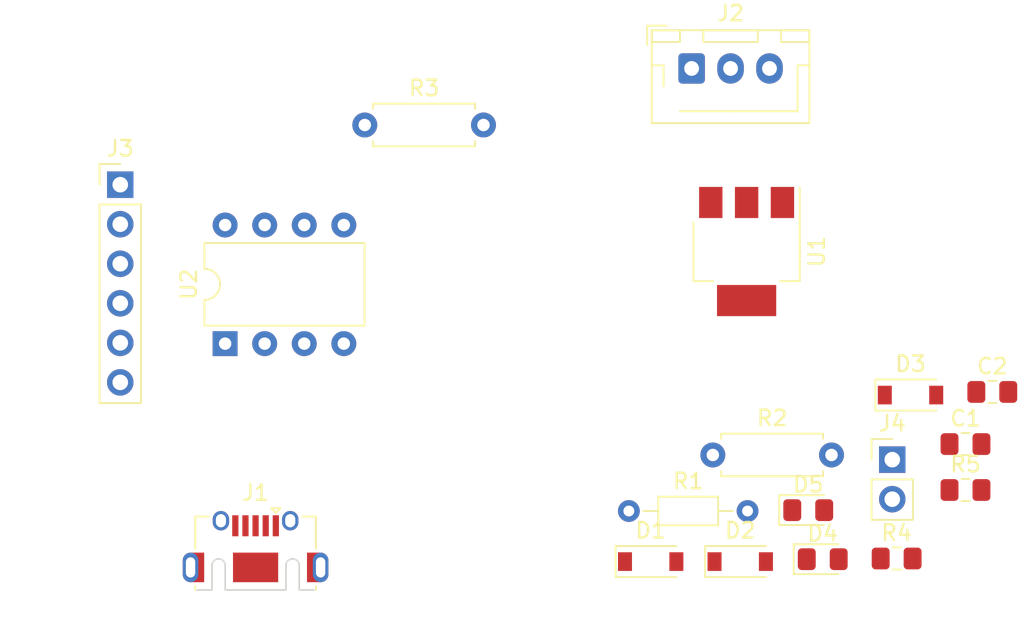
<source format=kicad_pcb>
(kicad_pcb (version 20171130) (host pcbnew "(5.1.5)-3")

  (general
    (thickness 1.6)
    (drawings 0)
    (tracks 0)
    (zones 0)
    (modules 18)
    (nets 15)
  )

  (page A4)
  (layers
    (0 F.Cu signal)
    (31 B.Cu signal)
    (32 B.Adhes user)
    (33 F.Adhes user)
    (34 B.Paste user)
    (35 F.Paste user)
    (36 B.SilkS user)
    (37 F.SilkS user)
    (38 B.Mask user)
    (39 F.Mask user)
    (40 Dwgs.User user)
    (41 Cmts.User user)
    (42 Eco1.User user)
    (43 Eco2.User user)
    (44 Edge.Cuts user)
    (45 Margin user)
    (46 B.CrtYd user)
    (47 F.CrtYd user)
    (48 B.Fab user)
    (49 F.Fab user)
  )

  (setup
    (last_trace_width 0.4)
    (user_trace_width 0.4)
    (user_trace_width 0.55)
    (trace_clearance 0.2)
    (zone_clearance 0.508)
    (zone_45_only no)
    (trace_min 0.2)
    (via_size 0.8)
    (via_drill 0.4)
    (via_min_size 0.4)
    (via_min_drill 0.3)
    (uvia_size 0.3)
    (uvia_drill 0.1)
    (uvias_allowed no)
    (uvia_min_size 0.2)
    (uvia_min_drill 0.1)
    (edge_width 0.05)
    (segment_width 0.2)
    (pcb_text_width 0.3)
    (pcb_text_size 1.5 1.5)
    (mod_edge_width 0.12)
    (mod_text_size 1 1)
    (mod_text_width 0.15)
    (pad_size 1.524 1.524)
    (pad_drill 0.762)
    (pad_to_mask_clearance 0.051)
    (solder_mask_min_width 0.25)
    (aux_axis_origin 0 0)
    (visible_elements FFFFFF7F)
    (pcbplotparams
      (layerselection 0x010fc_ffffffff)
      (usegerberextensions false)
      (usegerberattributes false)
      (usegerberadvancedattributes false)
      (creategerberjobfile false)
      (excludeedgelayer true)
      (linewidth 0.100000)
      (plotframeref false)
      (viasonmask false)
      (mode 1)
      (useauxorigin false)
      (hpglpennumber 1)
      (hpglpenspeed 20)
      (hpglpendiameter 15.000000)
      (psnegative false)
      (psa4output false)
      (plotreference true)
      (plotvalue true)
      (plotinvisibletext false)
      (padsonsilk false)
      (subtractmaskfromsilk false)
      (outputformat 1)
      (mirror false)
      (drillshape 1)
      (scaleselection 1)
      (outputdirectory ""))
  )

  (net 0 "")
  (net 1 GND)
  (net 2 +5V)
  (net 3 "Net-(D1-Pad2)")
  (net 4 "Net-(D2-Pad2)")
  (net 5 "Net-(D3-Pad1)")
  (net 6 "Net-(D4-Pad1)")
  (net 7 /PB1)
  (net 8 "Net-(D5-Pad1)")
  (net 9 +BATT)
  (net 10 /Pb0)
  (net 11 /PB2)
  (net 12 /Pb3)
  (net 13 /PB4)
  (net 14 /PB5)

  (net_class Default "This is the default net class."
    (clearance 0.2)
    (trace_width 0.25)
    (via_dia 0.8)
    (via_drill 0.4)
    (uvia_dia 0.3)
    (uvia_drill 0.1)
    (add_net +5V)
    (add_net +BATT)
    (add_net /PB1)
    (add_net /PB2)
    (add_net /PB4)
    (add_net /PB5)
    (add_net /Pb0)
    (add_net /Pb3)
    (add_net GND)
    (add_net "Net-(D1-Pad2)")
    (add_net "Net-(D2-Pad2)")
    (add_net "Net-(D3-Pad1)")
    (add_net "Net-(D4-Pad1)")
    (add_net "Net-(D5-Pad1)")
  )

  (module Capacitor_SMD:C_0805_2012Metric_Pad1.15x1.40mm_HandSolder (layer F.Cu) (tedit 5B36C52B) (tstamp 5E617325)
    (at 139.831801 124.919201)
    (descr "Capacitor SMD 0805 (2012 Metric), square (rectangular) end terminal, IPC_7351 nominal with elongated pad for handsoldering. (Body size source: https://docs.google.com/spreadsheets/d/1BsfQQcO9C6DZCsRaXUlFlo91Tg2WpOkGARC1WS5S8t0/edit?usp=sharing), generated with kicad-footprint-generator")
    (tags "capacitor handsolder")
    (path /5E5FA5B4)
    (attr smd)
    (fp_text reference C1 (at 0 -1.65) (layer F.SilkS)
      (effects (font (size 1 1) (thickness 0.15)))
    )
    (fp_text value 4.7uf (at 0 1.65) (layer F.Fab)
      (effects (font (size 1 1) (thickness 0.15)))
    )
    (fp_text user %R (at 0 0) (layer F.Fab)
      (effects (font (size 0.5 0.5) (thickness 0.08)))
    )
    (fp_line (start 1.85 0.95) (end -1.85 0.95) (layer F.CrtYd) (width 0.05))
    (fp_line (start 1.85 -0.95) (end 1.85 0.95) (layer F.CrtYd) (width 0.05))
    (fp_line (start -1.85 -0.95) (end 1.85 -0.95) (layer F.CrtYd) (width 0.05))
    (fp_line (start -1.85 0.95) (end -1.85 -0.95) (layer F.CrtYd) (width 0.05))
    (fp_line (start -0.261252 0.71) (end 0.261252 0.71) (layer F.SilkS) (width 0.12))
    (fp_line (start -0.261252 -0.71) (end 0.261252 -0.71) (layer F.SilkS) (width 0.12))
    (fp_line (start 1 0.6) (end -1 0.6) (layer F.Fab) (width 0.1))
    (fp_line (start 1 -0.6) (end 1 0.6) (layer F.Fab) (width 0.1))
    (fp_line (start -1 -0.6) (end 1 -0.6) (layer F.Fab) (width 0.1))
    (fp_line (start -1 0.6) (end -1 -0.6) (layer F.Fab) (width 0.1))
    (pad 2 smd roundrect (at 1.025 0) (size 1.15 1.4) (layers F.Cu F.Paste F.Mask) (roundrect_rratio 0.217391)
      (net 1 GND))
    (pad 1 smd roundrect (at -1.025 0) (size 1.15 1.4) (layers F.Cu F.Paste F.Mask) (roundrect_rratio 0.217391)
      (net 2 +5V))
    (model ${KISYS3DMOD}/Capacitor_SMD.3dshapes/C_0805_2012Metric.wrl
      (at (xyz 0 0 0))
      (scale (xyz 1 1 1))
      (rotate (xyz 0 0 0))
    )
  )

  (module Capacitor_SMD:C_0805_2012Metric_Pad1.15x1.40mm_HandSolder (layer F.Cu) (tedit 5B36C52B) (tstamp 5E617336)
    (at 141.551801 121.569201)
    (descr "Capacitor SMD 0805 (2012 Metric), square (rectangular) end terminal, IPC_7351 nominal with elongated pad for handsoldering. (Body size source: https://docs.google.com/spreadsheets/d/1BsfQQcO9C6DZCsRaXUlFlo91Tg2WpOkGARC1WS5S8t0/edit?usp=sharing), generated with kicad-footprint-generator")
    (tags "capacitor handsolder")
    (path /5E5FA6C8)
    (attr smd)
    (fp_text reference C2 (at 0 -1.65) (layer F.SilkS)
      (effects (font (size 1 1) (thickness 0.15)))
    )
    (fp_text value 0.1uf (at 0 1.65) (layer F.Fab)
      (effects (font (size 1 1) (thickness 0.15)))
    )
    (fp_line (start -1 0.6) (end -1 -0.6) (layer F.Fab) (width 0.1))
    (fp_line (start -1 -0.6) (end 1 -0.6) (layer F.Fab) (width 0.1))
    (fp_line (start 1 -0.6) (end 1 0.6) (layer F.Fab) (width 0.1))
    (fp_line (start 1 0.6) (end -1 0.6) (layer F.Fab) (width 0.1))
    (fp_line (start -0.261252 -0.71) (end 0.261252 -0.71) (layer F.SilkS) (width 0.12))
    (fp_line (start -0.261252 0.71) (end 0.261252 0.71) (layer F.SilkS) (width 0.12))
    (fp_line (start -1.85 0.95) (end -1.85 -0.95) (layer F.CrtYd) (width 0.05))
    (fp_line (start -1.85 -0.95) (end 1.85 -0.95) (layer F.CrtYd) (width 0.05))
    (fp_line (start 1.85 -0.95) (end 1.85 0.95) (layer F.CrtYd) (width 0.05))
    (fp_line (start 1.85 0.95) (end -1.85 0.95) (layer F.CrtYd) (width 0.05))
    (fp_text user %R (at 0 0) (layer F.Fab)
      (effects (font (size 0.5 0.5) (thickness 0.08)))
    )
    (pad 1 smd roundrect (at -1.025 0) (size 1.15 1.4) (layers F.Cu F.Paste F.Mask) (roundrect_rratio 0.217391)
      (net 2 +5V))
    (pad 2 smd roundrect (at 1.025 0) (size 1.15 1.4) (layers F.Cu F.Paste F.Mask) (roundrect_rratio 0.217391)
      (net 1 GND))
    (model ${KISYS3DMOD}/Capacitor_SMD.3dshapes/C_0805_2012Metric.wrl
      (at (xyz 0 0 0))
      (scale (xyz 1 1 1))
      (rotate (xyz 0 0 0))
    )
  )

  (module Diode_SMD:D_SOD-123 (layer F.Cu) (tedit 58645DC7) (tstamp 5E61734F)
    (at 119.621801 132.469201)
    (descr SOD-123)
    (tags SOD-123)
    (path /5E611D84)
    (attr smd)
    (fp_text reference D1 (at 0 -2) (layer F.SilkS)
      (effects (font (size 1 1) (thickness 0.15)))
    )
    (fp_text value D_Zener3.6v (at 0 2.1) (layer F.Fab)
      (effects (font (size 1 1) (thickness 0.15)))
    )
    (fp_line (start -2.25 -1) (end 1.65 -1) (layer F.SilkS) (width 0.12))
    (fp_line (start -2.25 1) (end 1.65 1) (layer F.SilkS) (width 0.12))
    (fp_line (start -2.35 -1.15) (end -2.35 1.15) (layer F.CrtYd) (width 0.05))
    (fp_line (start 2.35 1.15) (end -2.35 1.15) (layer F.CrtYd) (width 0.05))
    (fp_line (start 2.35 -1.15) (end 2.35 1.15) (layer F.CrtYd) (width 0.05))
    (fp_line (start -2.35 -1.15) (end 2.35 -1.15) (layer F.CrtYd) (width 0.05))
    (fp_line (start -1.4 -0.9) (end 1.4 -0.9) (layer F.Fab) (width 0.1))
    (fp_line (start 1.4 -0.9) (end 1.4 0.9) (layer F.Fab) (width 0.1))
    (fp_line (start 1.4 0.9) (end -1.4 0.9) (layer F.Fab) (width 0.1))
    (fp_line (start -1.4 0.9) (end -1.4 -0.9) (layer F.Fab) (width 0.1))
    (fp_line (start -0.75 0) (end -0.35 0) (layer F.Fab) (width 0.1))
    (fp_line (start -0.35 0) (end -0.35 -0.55) (layer F.Fab) (width 0.1))
    (fp_line (start -0.35 0) (end -0.35 0.55) (layer F.Fab) (width 0.1))
    (fp_line (start -0.35 0) (end 0.25 -0.4) (layer F.Fab) (width 0.1))
    (fp_line (start 0.25 -0.4) (end 0.25 0.4) (layer F.Fab) (width 0.1))
    (fp_line (start 0.25 0.4) (end -0.35 0) (layer F.Fab) (width 0.1))
    (fp_line (start 0.25 0) (end 0.75 0) (layer F.Fab) (width 0.1))
    (fp_line (start -2.25 -1) (end -2.25 1) (layer F.SilkS) (width 0.12))
    (fp_text user %R (at 0 -2) (layer F.Fab)
      (effects (font (size 1 1) (thickness 0.15)))
    )
    (pad 2 smd rect (at 1.65 0) (size 0.9 1.2) (layers F.Cu F.Paste F.Mask)
      (net 3 "Net-(D1-Pad2)"))
    (pad 1 smd rect (at -1.65 0) (size 0.9 1.2) (layers F.Cu F.Paste F.Mask)
      (net 1 GND))
    (model ${KISYS3DMOD}/Diode_SMD.3dshapes/D_SOD-123.wrl
      (at (xyz 0 0 0))
      (scale (xyz 1 1 1))
      (rotate (xyz 0 0 0))
    )
  )

  (module Diode_SMD:D_SOD-123 (layer F.Cu) (tedit 58645DC7) (tstamp 5E617368)
    (at 125.371801 132.469201)
    (descr SOD-123)
    (tags SOD-123)
    (path /5E6120C5)
    (attr smd)
    (fp_text reference D2 (at 0 -2) (layer F.SilkS)
      (effects (font (size 1 1) (thickness 0.15)))
    )
    (fp_text value D_Zener3.6v (at 0 2.1) (layer F.Fab)
      (effects (font (size 1 1) (thickness 0.15)))
    )
    (fp_text user %R (at 0 -2) (layer F.Fab)
      (effects (font (size 1 1) (thickness 0.15)))
    )
    (fp_line (start -2.25 -1) (end -2.25 1) (layer F.SilkS) (width 0.12))
    (fp_line (start 0.25 0) (end 0.75 0) (layer F.Fab) (width 0.1))
    (fp_line (start 0.25 0.4) (end -0.35 0) (layer F.Fab) (width 0.1))
    (fp_line (start 0.25 -0.4) (end 0.25 0.4) (layer F.Fab) (width 0.1))
    (fp_line (start -0.35 0) (end 0.25 -0.4) (layer F.Fab) (width 0.1))
    (fp_line (start -0.35 0) (end -0.35 0.55) (layer F.Fab) (width 0.1))
    (fp_line (start -0.35 0) (end -0.35 -0.55) (layer F.Fab) (width 0.1))
    (fp_line (start -0.75 0) (end -0.35 0) (layer F.Fab) (width 0.1))
    (fp_line (start -1.4 0.9) (end -1.4 -0.9) (layer F.Fab) (width 0.1))
    (fp_line (start 1.4 0.9) (end -1.4 0.9) (layer F.Fab) (width 0.1))
    (fp_line (start 1.4 -0.9) (end 1.4 0.9) (layer F.Fab) (width 0.1))
    (fp_line (start -1.4 -0.9) (end 1.4 -0.9) (layer F.Fab) (width 0.1))
    (fp_line (start -2.35 -1.15) (end 2.35 -1.15) (layer F.CrtYd) (width 0.05))
    (fp_line (start 2.35 -1.15) (end 2.35 1.15) (layer F.CrtYd) (width 0.05))
    (fp_line (start 2.35 1.15) (end -2.35 1.15) (layer F.CrtYd) (width 0.05))
    (fp_line (start -2.35 -1.15) (end -2.35 1.15) (layer F.CrtYd) (width 0.05))
    (fp_line (start -2.25 1) (end 1.65 1) (layer F.SilkS) (width 0.12))
    (fp_line (start -2.25 -1) (end 1.65 -1) (layer F.SilkS) (width 0.12))
    (pad 1 smd rect (at -1.65 0) (size 0.9 1.2) (layers F.Cu F.Paste F.Mask)
      (net 1 GND))
    (pad 2 smd rect (at 1.65 0) (size 0.9 1.2) (layers F.Cu F.Paste F.Mask)
      (net 4 "Net-(D2-Pad2)"))
    (model ${KISYS3DMOD}/Diode_SMD.3dshapes/D_SOD-123.wrl
      (at (xyz 0 0 0))
      (scale (xyz 1 1 1))
      (rotate (xyz 0 0 0))
    )
  )

  (module Diode_SMD:D_SOD-123 (layer F.Cu) (tedit 58645DC7) (tstamp 5E617381)
    (at 136.301801 121.769201)
    (descr SOD-123)
    (tags SOD-123)
    (path /5E6067EC)
    (attr smd)
    (fp_text reference D3 (at 0 -2) (layer F.SilkS)
      (effects (font (size 1 1) (thickness 0.15)))
    )
    (fp_text value MBR0520LT (at 0 2.1) (layer F.Fab)
      (effects (font (size 1 1) (thickness 0.15)))
    )
    (fp_text user %R (at 0 -2) (layer F.Fab)
      (effects (font (size 1 1) (thickness 0.15)))
    )
    (fp_line (start -2.25 -1) (end -2.25 1) (layer F.SilkS) (width 0.12))
    (fp_line (start 0.25 0) (end 0.75 0) (layer F.Fab) (width 0.1))
    (fp_line (start 0.25 0.4) (end -0.35 0) (layer F.Fab) (width 0.1))
    (fp_line (start 0.25 -0.4) (end 0.25 0.4) (layer F.Fab) (width 0.1))
    (fp_line (start -0.35 0) (end 0.25 -0.4) (layer F.Fab) (width 0.1))
    (fp_line (start -0.35 0) (end -0.35 0.55) (layer F.Fab) (width 0.1))
    (fp_line (start -0.35 0) (end -0.35 -0.55) (layer F.Fab) (width 0.1))
    (fp_line (start -0.75 0) (end -0.35 0) (layer F.Fab) (width 0.1))
    (fp_line (start -1.4 0.9) (end -1.4 -0.9) (layer F.Fab) (width 0.1))
    (fp_line (start 1.4 0.9) (end -1.4 0.9) (layer F.Fab) (width 0.1))
    (fp_line (start 1.4 -0.9) (end 1.4 0.9) (layer F.Fab) (width 0.1))
    (fp_line (start -1.4 -0.9) (end 1.4 -0.9) (layer F.Fab) (width 0.1))
    (fp_line (start -2.35 -1.15) (end 2.35 -1.15) (layer F.CrtYd) (width 0.05))
    (fp_line (start 2.35 -1.15) (end 2.35 1.15) (layer F.CrtYd) (width 0.05))
    (fp_line (start 2.35 1.15) (end -2.35 1.15) (layer F.CrtYd) (width 0.05))
    (fp_line (start -2.35 -1.15) (end -2.35 1.15) (layer F.CrtYd) (width 0.05))
    (fp_line (start -2.25 1) (end 1.65 1) (layer F.SilkS) (width 0.12))
    (fp_line (start -2.25 -1) (end 1.65 -1) (layer F.SilkS) (width 0.12))
    (pad 1 smd rect (at -1.65 0) (size 0.9 1.2) (layers F.Cu F.Paste F.Mask)
      (net 5 "Net-(D3-Pad1)"))
    (pad 2 smd rect (at 1.65 0) (size 0.9 1.2) (layers F.Cu F.Paste F.Mask)
      (net 2 +5V))
    (model ${KISYS3DMOD}/Diode_SMD.3dshapes/D_SOD-123.wrl
      (at (xyz 0 0 0))
      (scale (xyz 1 1 1))
      (rotate (xyz 0 0 0))
    )
  )

  (module LED_SMD:LED_0805_2012Metric_Pad1.15x1.40mm_HandSolder (layer F.Cu) (tedit 5B4B45C9) (tstamp 5E617394)
    (at 130.666801 132.314201)
    (descr "LED SMD 0805 (2012 Metric), square (rectangular) end terminal, IPC_7351 nominal, (Body size source: https://docs.google.com/spreadsheets/d/1BsfQQcO9C6DZCsRaXUlFlo91Tg2WpOkGARC1WS5S8t0/edit?usp=sharing), generated with kicad-footprint-generator")
    (tags "LED handsolder")
    (path /5E5EC557)
    (attr smd)
    (fp_text reference D4 (at 0 -1.65) (layer F.SilkS)
      (effects (font (size 1 1) (thickness 0.15)))
    )
    (fp_text value LED (at 0 1.65) (layer F.Fab)
      (effects (font (size 1 1) (thickness 0.15)))
    )
    (fp_line (start 1 -0.6) (end -0.7 -0.6) (layer F.Fab) (width 0.1))
    (fp_line (start -0.7 -0.6) (end -1 -0.3) (layer F.Fab) (width 0.1))
    (fp_line (start -1 -0.3) (end -1 0.6) (layer F.Fab) (width 0.1))
    (fp_line (start -1 0.6) (end 1 0.6) (layer F.Fab) (width 0.1))
    (fp_line (start 1 0.6) (end 1 -0.6) (layer F.Fab) (width 0.1))
    (fp_line (start 1 -0.96) (end -1.86 -0.96) (layer F.SilkS) (width 0.12))
    (fp_line (start -1.86 -0.96) (end -1.86 0.96) (layer F.SilkS) (width 0.12))
    (fp_line (start -1.86 0.96) (end 1 0.96) (layer F.SilkS) (width 0.12))
    (fp_line (start -1.85 0.95) (end -1.85 -0.95) (layer F.CrtYd) (width 0.05))
    (fp_line (start -1.85 -0.95) (end 1.85 -0.95) (layer F.CrtYd) (width 0.05))
    (fp_line (start 1.85 -0.95) (end 1.85 0.95) (layer F.CrtYd) (width 0.05))
    (fp_line (start 1.85 0.95) (end -1.85 0.95) (layer F.CrtYd) (width 0.05))
    (fp_text user %R (at 0 0) (layer F.Fab)
      (effects (font (size 0.5 0.5) (thickness 0.08)))
    )
    (pad 1 smd roundrect (at -1.025 0) (size 1.15 1.4) (layers F.Cu F.Paste F.Mask) (roundrect_rratio 0.217391)
      (net 6 "Net-(D4-Pad1)"))
    (pad 2 smd roundrect (at 1.025 0) (size 1.15 1.4) (layers F.Cu F.Paste F.Mask) (roundrect_rratio 0.217391)
      (net 7 /PB1))
    (model ${KISYS3DMOD}/LED_SMD.3dshapes/LED_0805_2012Metric.wrl
      (at (xyz 0 0 0))
      (scale (xyz 1 1 1))
      (rotate (xyz 0 0 0))
    )
  )

  (module LED_SMD:LED_0805_2012Metric_Pad1.15x1.40mm_HandSolder (layer F.Cu) (tedit 5B4B45C9) (tstamp 5E6173A7)
    (at 129.736801 129.164201)
    (descr "LED SMD 0805 (2012 Metric), square (rectangular) end terminal, IPC_7351 nominal, (Body size source: https://docs.google.com/spreadsheets/d/1BsfQQcO9C6DZCsRaXUlFlo91Tg2WpOkGARC1WS5S8t0/edit?usp=sharing), generated with kicad-footprint-generator")
    (tags "LED handsolder")
    (path /5E5EC5E2)
    (attr smd)
    (fp_text reference D5 (at 0 -1.65) (layer F.SilkS)
      (effects (font (size 1 1) (thickness 0.15)))
    )
    (fp_text value PWR (at 0 1.65) (layer F.Fab)
      (effects (font (size 1 1) (thickness 0.15)))
    )
    (fp_text user %R (at 0 0) (layer F.Fab)
      (effects (font (size 0.5 0.5) (thickness 0.08)))
    )
    (fp_line (start 1.85 0.95) (end -1.85 0.95) (layer F.CrtYd) (width 0.05))
    (fp_line (start 1.85 -0.95) (end 1.85 0.95) (layer F.CrtYd) (width 0.05))
    (fp_line (start -1.85 -0.95) (end 1.85 -0.95) (layer F.CrtYd) (width 0.05))
    (fp_line (start -1.85 0.95) (end -1.85 -0.95) (layer F.CrtYd) (width 0.05))
    (fp_line (start -1.86 0.96) (end 1 0.96) (layer F.SilkS) (width 0.12))
    (fp_line (start -1.86 -0.96) (end -1.86 0.96) (layer F.SilkS) (width 0.12))
    (fp_line (start 1 -0.96) (end -1.86 -0.96) (layer F.SilkS) (width 0.12))
    (fp_line (start 1 0.6) (end 1 -0.6) (layer F.Fab) (width 0.1))
    (fp_line (start -1 0.6) (end 1 0.6) (layer F.Fab) (width 0.1))
    (fp_line (start -1 -0.3) (end -1 0.6) (layer F.Fab) (width 0.1))
    (fp_line (start -0.7 -0.6) (end -1 -0.3) (layer F.Fab) (width 0.1))
    (fp_line (start 1 -0.6) (end -0.7 -0.6) (layer F.Fab) (width 0.1))
    (pad 2 smd roundrect (at 1.025 0) (size 1.15 1.4) (layers F.Cu F.Paste F.Mask) (roundrect_rratio 0.217391)
      (net 2 +5V))
    (pad 1 smd roundrect (at -1.025 0) (size 1.15 1.4) (layers F.Cu F.Paste F.Mask) (roundrect_rratio 0.217391)
      (net 8 "Net-(D5-Pad1)"))
    (model ${KISYS3DMOD}/LED_SMD.3dshapes/LED_0805_2012Metric.wrl
      (at (xyz 0 0 0))
      (scale (xyz 1 1 1))
      (rotate (xyz 0 0 0))
    )
  )

  (module Connector_USB:USB_Micro-AB_Molex_47590-0001 (layer F.Cu) (tedit 5DAEB89E) (tstamp 5E6173D6)
    (at 94.2594 132.842)
    (descr "Micro USB AB receptable, right-angle inverted (https://www.molex.com/pdm_docs/sd/475900001_sd.pdf)")
    (tags "Micro AB USB SMD")
    (path /5E600CBD)
    (attr smd)
    (fp_text reference J1 (at 0 -4.8 -180) (layer F.SilkS)
      (effects (font (size 1 1) (thickness 0.15)))
    )
    (fp_text value USB_B (at 0 3.5) (layer F.Fab)
      (effects (font (size 1 1) (thickness 0.15)))
    )
    (fp_line (start 1 -3.8) (end 1.6 -3.8) (layer F.SilkS) (width 0.12))
    (fp_line (start 1.3 -3.5) (end 1.6 -3.8) (layer F.SilkS) (width 0.12))
    (fp_line (start 1.3 -3.5) (end 1 -3.8) (layer F.SilkS) (width 0.12))
    (fp_line (start -3.87 -3.27) (end -3 -3.27) (layer F.SilkS) (width 0.12))
    (fp_arc (start 2.375 -0.125) (end 1.95 -0.125) (angle 180) (layer Edge.Cuts) (width 0.1))
    (fp_arc (start -2.375 -0.125) (end -2.8 -0.125) (angle 180) (layer Edge.Cuts) (width 0.1))
    (fp_line (start -5.18 2.65) (end 5.18 2.65) (layer F.CrtYd) (width 0.05))
    (fp_line (start -5.18 -4.13) (end -5.18 2.65) (layer F.CrtYd) (width 0.05))
    (fp_line (start 5.18 -4.13) (end 5.18 2.65) (layer F.CrtYd) (width 0.05))
    (fp_line (start -5.18 -4.13) (end 5.18 -4.13) (layer F.CrtYd) (width 0.05))
    (fp_line (start -3.75 -3.15) (end 3.75 -3.15) (layer F.Fab) (width 0.1))
    (fp_line (start 3.75 -3.15) (end 3.75 1.45) (layer F.Fab) (width 0.1))
    (fp_line (start 2.8 1.45) (end 3.75 1.45) (layer Edge.Cuts) (width 0.1))
    (fp_line (start 2.8 -0.125) (end 2.8 1.45) (layer Edge.Cuts) (width 0.1))
    (fp_line (start 1.95 -0.125) (end 1.95 1.45) (layer Edge.Cuts) (width 0.1))
    (fp_line (start -1.95 1.45) (end 1.95 1.45) (layer Edge.Cuts) (width 0.1))
    (fp_line (start -1.95 -0.125) (end -1.95 1.45) (layer Edge.Cuts) (width 0.1))
    (fp_line (start -2.8 -0.125) (end -2.8 1.45) (layer Edge.Cuts) (width 0.1))
    (fp_line (start -3.75 1.45) (end -2.8 1.45) (layer Edge.Cuts) (width 0.1))
    (fp_line (start -3.75 -3.15) (end -3.75 1.45) (layer F.Fab) (width 0.1))
    (fp_line (start -3.75 2.15) (end 3.75 2.15) (layer F.Fab) (width 0.1))
    (fp_line (start 3.87 -3.27) (end 3.87 -1.2) (layer F.SilkS) (width 0.12))
    (fp_line (start -3.87 -3.27) (end -3.87 -1.2) (layer F.SilkS) (width 0.12))
    (fp_line (start 3 -3.27) (end 3.87 -3.27) (layer F.SilkS) (width 0.12))
    (fp_line (start 3.87 1.2) (end 3.87 1.45) (layer F.SilkS) (width 0.12))
    (fp_line (start -3.87 1.2) (end -3.87 1.45) (layer F.SilkS) (width 0.12))
    (fp_text user %R (at 0 -1.5) (layer F.Fab)
      (effects (font (size 1 1) (thickness 0.15)))
    )
    (fp_text user "PCB Edge" (at 0 1.45) (layer Dwgs.User)
      (effects (font (size 0.4 0.4) (thickness 0.04)))
    )
    (fp_line (start -3.75 1.45) (end 3.75 1.45) (layer F.Fab) (width 0.1))
    (pad 6 thru_hole oval (at -2.225 -3) (size 1.05 1.25) (drill oval 0.65 0.85) (layers *.Cu *.Mask))
    (pad 5 smd rect (at -1.3 -2.675) (size 0.4 1.35) (layers F.Cu F.Paste F.Mask)
      (net 1 GND))
    (pad 4 smd rect (at -0.65 -2.675) (size 0.4 1.35) (layers F.Cu F.Paste F.Mask)
      (net 1 GND))
    (pad 3 smd rect (at 0 -2.675) (size 0.4 1.35) (layers F.Cu F.Paste F.Mask)
      (net 4 "Net-(D2-Pad2)"))
    (pad 1 smd rect (at 1.3 -2.675) (size 0.4 1.35) (layers F.Cu F.Paste F.Mask)
      (net 5 "Net-(D3-Pad1)"))
    (pad 6 thru_hole oval (at 2.225 -3) (size 1.05 1.25) (drill oval 0.65 0.85) (layers *.Cu *.Mask))
    (pad 6 thru_hole oval (at -4.175 0) (size 1 1.9) (drill oval 0.6 1.3) (layers *.Cu *.Mask))
    (pad 6 thru_hole oval (at 4.175 0) (size 1 1.9) (drill oval 0.6 1.3) (layers *.Cu *.Mask))
    (pad 2 smd rect (at 0.65 -2.675) (size 0.4 1.35) (layers F.Cu F.Paste F.Mask)
      (net 3 "Net-(D1-Pad2)"))
    (pad 6 smd rect (at 0 0) (size 2.9 1.9) (layers F.Cu F.Paste F.Mask))
    (pad 6 smd rect (at 3.7375 0) (size 0.875 1.9) (layers F.Cu F.Mask))
    (pad 6 smd rect (at -3.7375 0) (size 0.875 1.9) (layers F.Cu F.Mask))
    (pad "" smd rect (at 3.5 0) (size 0.3 0.85) (layers F.Paste))
    (pad "" smd rect (at -3.5 0) (size 0.3 0.85) (layers F.Paste))
    (model ${KISYS3DMOD}/Connector_USB.3dshapes/USB_Micro-AB_Molex_47590-0001.wrl
      (at (xyz 0 0 0))
      (scale (xyz 1 1 1))
      (rotate (xyz 0 0 0))
    )
  )

  (module Connector_JST:JST_XH_B3B-XH-AM_1x03_P2.50mm_Vertical (layer F.Cu) (tedit 5C28146E) (tstamp 5E617401)
    (at 122.2502 100.7872)
    (descr "JST XH series connector, B3B-XH-AM, with boss (http://www.jst-mfg.com/product/pdf/eng/eXH.pdf), generated with kicad-footprint-generator")
    (tags "connector JST XH vertical boss")
    (path /5E5E38A5)
    (fp_text reference J2 (at 2.5 -3.55) (layer F.SilkS)
      (effects (font (size 1 1) (thickness 0.15)))
    )
    (fp_text value Conn_01x02_Male (at 2.5 4.6) (layer F.Fab)
      (effects (font (size 1 1) (thickness 0.15)))
    )
    (fp_line (start -2.45 -2.35) (end -2.45 3.4) (layer F.Fab) (width 0.1))
    (fp_line (start -2.45 3.4) (end 7.45 3.4) (layer F.Fab) (width 0.1))
    (fp_line (start 7.45 3.4) (end 7.45 -2.35) (layer F.Fab) (width 0.1))
    (fp_line (start 7.45 -2.35) (end -2.45 -2.35) (layer F.Fab) (width 0.1))
    (fp_line (start -2.56 -2.46) (end -2.56 3.51) (layer F.SilkS) (width 0.12))
    (fp_line (start -2.56 3.51) (end 7.56 3.51) (layer F.SilkS) (width 0.12))
    (fp_line (start 7.56 3.51) (end 7.56 -2.46) (layer F.SilkS) (width 0.12))
    (fp_line (start 7.56 -2.46) (end -2.56 -2.46) (layer F.SilkS) (width 0.12))
    (fp_line (start -2.95 -2.85) (end -2.95 3.9) (layer F.CrtYd) (width 0.05))
    (fp_line (start -2.95 3.9) (end 7.95 3.9) (layer F.CrtYd) (width 0.05))
    (fp_line (start 7.95 3.9) (end 7.95 -2.85) (layer F.CrtYd) (width 0.05))
    (fp_line (start 7.95 -2.85) (end -2.95 -2.85) (layer F.CrtYd) (width 0.05))
    (fp_line (start -0.625 -2.35) (end 0 -1.35) (layer F.Fab) (width 0.1))
    (fp_line (start 0 -1.35) (end 0.625 -2.35) (layer F.Fab) (width 0.1))
    (fp_line (start 0.75 -2.45) (end 0.75 -1.7) (layer F.SilkS) (width 0.12))
    (fp_line (start 0.75 -1.7) (end 4.25 -1.7) (layer F.SilkS) (width 0.12))
    (fp_line (start 4.25 -1.7) (end 4.25 -2.45) (layer F.SilkS) (width 0.12))
    (fp_line (start 4.25 -2.45) (end 0.75 -2.45) (layer F.SilkS) (width 0.12))
    (fp_line (start -2.55 -2.45) (end -2.55 -1.7) (layer F.SilkS) (width 0.12))
    (fp_line (start -2.55 -1.7) (end -0.75 -1.7) (layer F.SilkS) (width 0.12))
    (fp_line (start -0.75 -1.7) (end -0.75 -2.45) (layer F.SilkS) (width 0.12))
    (fp_line (start -0.75 -2.45) (end -2.55 -2.45) (layer F.SilkS) (width 0.12))
    (fp_line (start 5.75 -2.45) (end 5.75 -1.7) (layer F.SilkS) (width 0.12))
    (fp_line (start 5.75 -1.7) (end 7.55 -1.7) (layer F.SilkS) (width 0.12))
    (fp_line (start 7.55 -1.7) (end 7.55 -2.45) (layer F.SilkS) (width 0.12))
    (fp_line (start 7.55 -2.45) (end 5.75 -2.45) (layer F.SilkS) (width 0.12))
    (fp_line (start -2.55 -0.2) (end -1.8 -0.2) (layer F.SilkS) (width 0.12))
    (fp_line (start -1.8 -0.2) (end -1.8 1.14) (layer F.SilkS) (width 0.12))
    (fp_line (start 2.5 2.75) (end -0.74 2.75) (layer F.SilkS) (width 0.12))
    (fp_line (start 7.55 -0.2) (end 6.8 -0.2) (layer F.SilkS) (width 0.12))
    (fp_line (start 6.8 -0.2) (end 6.8 2.75) (layer F.SilkS) (width 0.12))
    (fp_line (start 6.8 2.75) (end 2.5 2.75) (layer F.SilkS) (width 0.12))
    (fp_line (start -1.6 -2.75) (end -2.85 -2.75) (layer F.SilkS) (width 0.12))
    (fp_line (start -2.85 -2.75) (end -2.85 -1.5) (layer F.SilkS) (width 0.12))
    (fp_text user %R (at 2.5 2.7) (layer F.Fab)
      (effects (font (size 1 1) (thickness 0.15)))
    )
    (pad 1 thru_hole roundrect (at 0 0) (size 1.7 1.95) (drill 0.95) (layers *.Cu *.Mask) (roundrect_rratio 0.147059)
      (net 9 +BATT))
    (pad 2 thru_hole oval (at 2.5 0) (size 1.7 1.95) (drill 0.95) (layers *.Cu *.Mask)
      (net 1 GND))
    (pad 3 thru_hole oval (at 5 0) (size 1.7 1.95) (drill 0.95) (layers *.Cu *.Mask))
    (pad "" np_thru_hole circle (at -1.6 2) (size 1.2 1.2) (drill 1.2) (layers *.Cu *.Mask))
    (model ${KISYS3DMOD}/Connector_JST.3dshapes/JST_XH_B3B-XH-AM_1x03_P2.50mm_Vertical.wrl
      (at (xyz 0 0 0))
      (scale (xyz 1 1 1))
      (rotate (xyz 0 0 0))
    )
  )

  (module Connector_PinHeader_2.54mm:PinHeader_1x06_P2.54mm_Vertical (layer F.Cu) (tedit 59FED5CC) (tstamp 5E61741B)
    (at 85.5726 108.2548)
    (descr "Through hole straight pin header, 1x06, 2.54mm pitch, single row")
    (tags "Through hole pin header THT 1x06 2.54mm single row")
    (path /5E5EB082)
    (fp_text reference J3 (at 0 -2.33) (layer F.SilkS)
      (effects (font (size 1 1) (thickness 0.15)))
    )
    (fp_text value Conn_01x06_Female (at 0 15.03) (layer F.Fab)
      (effects (font (size 1 1) (thickness 0.15)))
    )
    (fp_line (start -0.635 -1.27) (end 1.27 -1.27) (layer F.Fab) (width 0.1))
    (fp_line (start 1.27 -1.27) (end 1.27 13.97) (layer F.Fab) (width 0.1))
    (fp_line (start 1.27 13.97) (end -1.27 13.97) (layer F.Fab) (width 0.1))
    (fp_line (start -1.27 13.97) (end -1.27 -0.635) (layer F.Fab) (width 0.1))
    (fp_line (start -1.27 -0.635) (end -0.635 -1.27) (layer F.Fab) (width 0.1))
    (fp_line (start -1.33 14.03) (end 1.33 14.03) (layer F.SilkS) (width 0.12))
    (fp_line (start -1.33 1.27) (end -1.33 14.03) (layer F.SilkS) (width 0.12))
    (fp_line (start 1.33 1.27) (end 1.33 14.03) (layer F.SilkS) (width 0.12))
    (fp_line (start -1.33 1.27) (end 1.33 1.27) (layer F.SilkS) (width 0.12))
    (fp_line (start -1.33 0) (end -1.33 -1.33) (layer F.SilkS) (width 0.12))
    (fp_line (start -1.33 -1.33) (end 0 -1.33) (layer F.SilkS) (width 0.12))
    (fp_line (start -1.8 -1.8) (end -1.8 14.5) (layer F.CrtYd) (width 0.05))
    (fp_line (start -1.8 14.5) (end 1.8 14.5) (layer F.CrtYd) (width 0.05))
    (fp_line (start 1.8 14.5) (end 1.8 -1.8) (layer F.CrtYd) (width 0.05))
    (fp_line (start 1.8 -1.8) (end -1.8 -1.8) (layer F.CrtYd) (width 0.05))
    (fp_text user %R (at 0 6.35 90) (layer F.Fab)
      (effects (font (size 1 1) (thickness 0.15)))
    )
    (pad 1 thru_hole rect (at 0 0) (size 1.7 1.7) (drill 1) (layers *.Cu *.Mask)
      (net 10 /Pb0))
    (pad 2 thru_hole oval (at 0 2.54) (size 1.7 1.7) (drill 1) (layers *.Cu *.Mask)
      (net 7 /PB1))
    (pad 3 thru_hole oval (at 0 5.08) (size 1.7 1.7) (drill 1) (layers *.Cu *.Mask)
      (net 11 /PB2))
    (pad 4 thru_hole oval (at 0 7.62) (size 1.7 1.7) (drill 1) (layers *.Cu *.Mask)
      (net 12 /Pb3))
    (pad 5 thru_hole oval (at 0 10.16) (size 1.7 1.7) (drill 1) (layers *.Cu *.Mask)
      (net 13 /PB4))
    (pad 6 thru_hole oval (at 0 12.7) (size 1.7 1.7) (drill 1) (layers *.Cu *.Mask)
      (net 14 /PB5))
    (model ${KISYS3DMOD}/Connector_PinHeader_2.54mm.3dshapes/PinHeader_1x06_P2.54mm_Vertical.wrl
      (at (xyz 0 0 0))
      (scale (xyz 1 1 1))
      (rotate (xyz 0 0 0))
    )
  )

  (module Connector_PinHeader_2.54mm:PinHeader_1x02_P2.54mm_Vertical (layer F.Cu) (tedit 59FED5CC) (tstamp 5E617431)
    (at 135.131801 125.919201)
    (descr "Through hole straight pin header, 1x02, 2.54mm pitch, single row")
    (tags "Through hole pin header THT 1x02 2.54mm single row")
    (path /5E6DCCDA)
    (fp_text reference J4 (at 0 -2.33) (layer F.SilkS)
      (effects (font (size 1 1) (thickness 0.15)))
    )
    (fp_text value Conn_01x02_Male (at 0 4.87) (layer F.Fab)
      (effects (font (size 1 1) (thickness 0.15)))
    )
    (fp_line (start -0.635 -1.27) (end 1.27 -1.27) (layer F.Fab) (width 0.1))
    (fp_line (start 1.27 -1.27) (end 1.27 3.81) (layer F.Fab) (width 0.1))
    (fp_line (start 1.27 3.81) (end -1.27 3.81) (layer F.Fab) (width 0.1))
    (fp_line (start -1.27 3.81) (end -1.27 -0.635) (layer F.Fab) (width 0.1))
    (fp_line (start -1.27 -0.635) (end -0.635 -1.27) (layer F.Fab) (width 0.1))
    (fp_line (start -1.33 3.87) (end 1.33 3.87) (layer F.SilkS) (width 0.12))
    (fp_line (start -1.33 1.27) (end -1.33 3.87) (layer F.SilkS) (width 0.12))
    (fp_line (start 1.33 1.27) (end 1.33 3.87) (layer F.SilkS) (width 0.12))
    (fp_line (start -1.33 1.27) (end 1.33 1.27) (layer F.SilkS) (width 0.12))
    (fp_line (start -1.33 0) (end -1.33 -1.33) (layer F.SilkS) (width 0.12))
    (fp_line (start -1.33 -1.33) (end 0 -1.33) (layer F.SilkS) (width 0.12))
    (fp_line (start -1.8 -1.8) (end -1.8 4.35) (layer F.CrtYd) (width 0.05))
    (fp_line (start -1.8 4.35) (end 1.8 4.35) (layer F.CrtYd) (width 0.05))
    (fp_line (start 1.8 4.35) (end 1.8 -1.8) (layer F.CrtYd) (width 0.05))
    (fp_line (start 1.8 -1.8) (end -1.8 -1.8) (layer F.CrtYd) (width 0.05))
    (fp_text user %R (at 0 1.27 90) (layer F.Fab)
      (effects (font (size 1 1) (thickness 0.15)))
    )
    (pad 1 thru_hole rect (at 0 0) (size 1.7 1.7) (drill 1) (layers *.Cu *.Mask)
      (net 2 +5V))
    (pad 2 thru_hole oval (at 0 2.54) (size 1.7 1.7) (drill 1) (layers *.Cu *.Mask)
      (net 1 GND))
    (model ${KISYS3DMOD}/Connector_PinHeader_2.54mm.3dshapes/PinHeader_1x02_P2.54mm_Vertical.wrl
      (at (xyz 0 0 0))
      (scale (xyz 1 1 1))
      (rotate (xyz 0 0 0))
    )
  )

  (module Resistor_THT:R_Axial_DIN0204_L3.6mm_D1.6mm_P7.62mm_Horizontal (layer F.Cu) (tedit 5AE5139B) (tstamp 5E617448)
    (at 118.221801 129.219201)
    (descr "Resistor, Axial_DIN0204 series, Axial, Horizontal, pin pitch=7.62mm, 0.167W, length*diameter=3.6*1.6mm^2, http://cdn-reichelt.de/documents/datenblatt/B400/1_4W%23YAG.pdf")
    (tags "Resistor Axial_DIN0204 series Axial Horizontal pin pitch 7.62mm 0.167W length 3.6mm diameter 1.6mm")
    (path /5E5F6891)
    (fp_text reference R1 (at 3.81 -1.92) (layer F.SilkS)
      (effects (font (size 1 1) (thickness 0.15)))
    )
    (fp_text value 68r (at 3.81 1.92) (layer F.Fab)
      (effects (font (size 1 1) (thickness 0.15)))
    )
    (fp_line (start 2.01 -0.8) (end 2.01 0.8) (layer F.Fab) (width 0.1))
    (fp_line (start 2.01 0.8) (end 5.61 0.8) (layer F.Fab) (width 0.1))
    (fp_line (start 5.61 0.8) (end 5.61 -0.8) (layer F.Fab) (width 0.1))
    (fp_line (start 5.61 -0.8) (end 2.01 -0.8) (layer F.Fab) (width 0.1))
    (fp_line (start 0 0) (end 2.01 0) (layer F.Fab) (width 0.1))
    (fp_line (start 7.62 0) (end 5.61 0) (layer F.Fab) (width 0.1))
    (fp_line (start 1.89 -0.92) (end 1.89 0.92) (layer F.SilkS) (width 0.12))
    (fp_line (start 1.89 0.92) (end 5.73 0.92) (layer F.SilkS) (width 0.12))
    (fp_line (start 5.73 0.92) (end 5.73 -0.92) (layer F.SilkS) (width 0.12))
    (fp_line (start 5.73 -0.92) (end 1.89 -0.92) (layer F.SilkS) (width 0.12))
    (fp_line (start 0.94 0) (end 1.89 0) (layer F.SilkS) (width 0.12))
    (fp_line (start 6.68 0) (end 5.73 0) (layer F.SilkS) (width 0.12))
    (fp_line (start -0.95 -1.05) (end -0.95 1.05) (layer F.CrtYd) (width 0.05))
    (fp_line (start -0.95 1.05) (end 8.57 1.05) (layer F.CrtYd) (width 0.05))
    (fp_line (start 8.57 1.05) (end 8.57 -1.05) (layer F.CrtYd) (width 0.05))
    (fp_line (start 8.57 -1.05) (end -0.95 -1.05) (layer F.CrtYd) (width 0.05))
    (fp_text user %R (at 3.81 0) (layer F.Fab)
      (effects (font (size 0.72 0.72) (thickness 0.108)))
    )
    (pad 1 thru_hole circle (at 0 0) (size 1.4 1.4) (drill 0.7) (layers *.Cu *.Mask)
      (net 12 /Pb3))
    (pad 2 thru_hole oval (at 7.62 0) (size 1.4 1.4) (drill 0.7) (layers *.Cu *.Mask)
      (net 3 "Net-(D1-Pad2)"))
    (model ${KISYS3DMOD}/Resistor_THT.3dshapes/R_Axial_DIN0204_L3.6mm_D1.6mm_P7.62mm_Horizontal.wrl
      (at (xyz 0 0 0))
      (scale (xyz 1 1 1))
      (rotate (xyz 0 0 0))
    )
  )

  (module Resistor_THT:R_Axial_DIN0207_L6.3mm_D2.5mm_P7.62mm_Horizontal (layer F.Cu) (tedit 5AE5139B) (tstamp 5E61745F)
    (at 123.611801 125.619201)
    (descr "Resistor, Axial_DIN0207 series, Axial, Horizontal, pin pitch=7.62mm, 0.25W = 1/4W, length*diameter=6.3*2.5mm^2, http://cdn-reichelt.de/documents/datenblatt/B400/1_4W%23YAG.pdf")
    (tags "Resistor Axial_DIN0207 series Axial Horizontal pin pitch 7.62mm 0.25W = 1/4W length 6.3mm diameter 2.5mm")
    (path /5E5F690B)
    (fp_text reference R2 (at 3.81 -2.37) (layer F.SilkS)
      (effects (font (size 1 1) (thickness 0.15)))
    )
    (fp_text value 68r (at 3.81 2.37) (layer F.Fab)
      (effects (font (size 1 1) (thickness 0.15)))
    )
    (fp_line (start 0.66 -1.25) (end 0.66 1.25) (layer F.Fab) (width 0.1))
    (fp_line (start 0.66 1.25) (end 6.96 1.25) (layer F.Fab) (width 0.1))
    (fp_line (start 6.96 1.25) (end 6.96 -1.25) (layer F.Fab) (width 0.1))
    (fp_line (start 6.96 -1.25) (end 0.66 -1.25) (layer F.Fab) (width 0.1))
    (fp_line (start 0 0) (end 0.66 0) (layer F.Fab) (width 0.1))
    (fp_line (start 7.62 0) (end 6.96 0) (layer F.Fab) (width 0.1))
    (fp_line (start 0.54 -1.04) (end 0.54 -1.37) (layer F.SilkS) (width 0.12))
    (fp_line (start 0.54 -1.37) (end 7.08 -1.37) (layer F.SilkS) (width 0.12))
    (fp_line (start 7.08 -1.37) (end 7.08 -1.04) (layer F.SilkS) (width 0.12))
    (fp_line (start 0.54 1.04) (end 0.54 1.37) (layer F.SilkS) (width 0.12))
    (fp_line (start 0.54 1.37) (end 7.08 1.37) (layer F.SilkS) (width 0.12))
    (fp_line (start 7.08 1.37) (end 7.08 1.04) (layer F.SilkS) (width 0.12))
    (fp_line (start -1.05 -1.5) (end -1.05 1.5) (layer F.CrtYd) (width 0.05))
    (fp_line (start -1.05 1.5) (end 8.67 1.5) (layer F.CrtYd) (width 0.05))
    (fp_line (start 8.67 1.5) (end 8.67 -1.5) (layer F.CrtYd) (width 0.05))
    (fp_line (start 8.67 -1.5) (end -1.05 -1.5) (layer F.CrtYd) (width 0.05))
    (fp_text user %R (at 3.81 0) (layer F.Fab)
      (effects (font (size 1 1) (thickness 0.15)))
    )
    (pad 1 thru_hole circle (at 0 0) (size 1.6 1.6) (drill 0.8) (layers *.Cu *.Mask)
      (net 13 /PB4))
    (pad 2 thru_hole oval (at 7.62 0) (size 1.6 1.6) (drill 0.8) (layers *.Cu *.Mask)
      (net 4 "Net-(D2-Pad2)"))
    (model ${KISYS3DMOD}/Resistor_THT.3dshapes/R_Axial_DIN0207_L6.3mm_D2.5mm_P7.62mm_Horizontal.wrl
      (at (xyz 0 0 0))
      (scale (xyz 1 1 1))
      (rotate (xyz 0 0 0))
    )
  )

  (module Resistor_THT:R_Axial_DIN0207_L6.3mm_D2.5mm_P7.62mm_Horizontal (layer F.Cu) (tedit 5AE5139B) (tstamp 5E617476)
    (at 101.2698 104.4194)
    (descr "Resistor, Axial_DIN0207 series, Axial, Horizontal, pin pitch=7.62mm, 0.25W = 1/4W, length*diameter=6.3*2.5mm^2, http://cdn-reichelt.de/documents/datenblatt/B400/1_4W%23YAG.pdf")
    (tags "Resistor Axial_DIN0207 series Axial Horizontal pin pitch 7.62mm 0.25W = 1/4W length 6.3mm diameter 2.5mm")
    (path /5E60D49E)
    (fp_text reference R3 (at 3.81 -2.37) (layer F.SilkS)
      (effects (font (size 1 1) (thickness 0.15)))
    )
    (fp_text value 1k3 (at 3.81 2.37) (layer F.Fab)
      (effects (font (size 1 1) (thickness 0.15)))
    )
    (fp_text user %R (at 3.81 0) (layer F.Fab)
      (effects (font (size 1 1) (thickness 0.15)))
    )
    (fp_line (start 8.67 -1.5) (end -1.05 -1.5) (layer F.CrtYd) (width 0.05))
    (fp_line (start 8.67 1.5) (end 8.67 -1.5) (layer F.CrtYd) (width 0.05))
    (fp_line (start -1.05 1.5) (end 8.67 1.5) (layer F.CrtYd) (width 0.05))
    (fp_line (start -1.05 -1.5) (end -1.05 1.5) (layer F.CrtYd) (width 0.05))
    (fp_line (start 7.08 1.37) (end 7.08 1.04) (layer F.SilkS) (width 0.12))
    (fp_line (start 0.54 1.37) (end 7.08 1.37) (layer F.SilkS) (width 0.12))
    (fp_line (start 0.54 1.04) (end 0.54 1.37) (layer F.SilkS) (width 0.12))
    (fp_line (start 7.08 -1.37) (end 7.08 -1.04) (layer F.SilkS) (width 0.12))
    (fp_line (start 0.54 -1.37) (end 7.08 -1.37) (layer F.SilkS) (width 0.12))
    (fp_line (start 0.54 -1.04) (end 0.54 -1.37) (layer F.SilkS) (width 0.12))
    (fp_line (start 7.62 0) (end 6.96 0) (layer F.Fab) (width 0.1))
    (fp_line (start 0 0) (end 0.66 0) (layer F.Fab) (width 0.1))
    (fp_line (start 6.96 -1.25) (end 0.66 -1.25) (layer F.Fab) (width 0.1))
    (fp_line (start 6.96 1.25) (end 6.96 -1.25) (layer F.Fab) (width 0.1))
    (fp_line (start 0.66 1.25) (end 6.96 1.25) (layer F.Fab) (width 0.1))
    (fp_line (start 0.66 -1.25) (end 0.66 1.25) (layer F.Fab) (width 0.1))
    (pad 2 thru_hole oval (at 7.62 0) (size 1.6 1.6) (drill 0.8) (layers *.Cu *.Mask)
      (net 3 "Net-(D1-Pad2)"))
    (pad 1 thru_hole circle (at 0 0) (size 1.6 1.6) (drill 0.8) (layers *.Cu *.Mask)
      (net 2 +5V))
    (model ${KISYS3DMOD}/Resistor_THT.3dshapes/R_Axial_DIN0207_L6.3mm_D2.5mm_P7.62mm_Horizontal.wrl
      (at (xyz 0 0 0))
      (scale (xyz 1 1 1))
      (rotate (xyz 0 0 0))
    )
  )

  (module Resistor_SMD:R_0805_2012Metric_Pad1.15x1.40mm_HandSolder (layer F.Cu) (tedit 5B36C52B) (tstamp 5E617487)
    (at 135.411801 132.269201)
    (descr "Resistor SMD 0805 (2012 Metric), square (rectangular) end terminal, IPC_7351 nominal with elongated pad for handsoldering. (Body size source: https://docs.google.com/spreadsheets/d/1BsfQQcO9C6DZCsRaXUlFlo91Tg2WpOkGARC1WS5S8t0/edit?usp=sharing), generated with kicad-footprint-generator")
    (tags "resistor handsolder")
    (path /5E5EBBD4)
    (attr smd)
    (fp_text reference R4 (at 0 -1.65) (layer F.SilkS)
      (effects (font (size 1 1) (thickness 0.15)))
    )
    (fp_text value 1k (at 0 1.65) (layer F.Fab)
      (effects (font (size 1 1) (thickness 0.15)))
    )
    (fp_line (start -1 0.6) (end -1 -0.6) (layer F.Fab) (width 0.1))
    (fp_line (start -1 -0.6) (end 1 -0.6) (layer F.Fab) (width 0.1))
    (fp_line (start 1 -0.6) (end 1 0.6) (layer F.Fab) (width 0.1))
    (fp_line (start 1 0.6) (end -1 0.6) (layer F.Fab) (width 0.1))
    (fp_line (start -0.261252 -0.71) (end 0.261252 -0.71) (layer F.SilkS) (width 0.12))
    (fp_line (start -0.261252 0.71) (end 0.261252 0.71) (layer F.SilkS) (width 0.12))
    (fp_line (start -1.85 0.95) (end -1.85 -0.95) (layer F.CrtYd) (width 0.05))
    (fp_line (start -1.85 -0.95) (end 1.85 -0.95) (layer F.CrtYd) (width 0.05))
    (fp_line (start 1.85 -0.95) (end 1.85 0.95) (layer F.CrtYd) (width 0.05))
    (fp_line (start 1.85 0.95) (end -1.85 0.95) (layer F.CrtYd) (width 0.05))
    (fp_text user %R (at 0 0) (layer F.Fab)
      (effects (font (size 0.5 0.5) (thickness 0.08)))
    )
    (pad 1 smd roundrect (at -1.025 0) (size 1.15 1.4) (layers F.Cu F.Paste F.Mask) (roundrect_rratio 0.217391)
      (net 1 GND))
    (pad 2 smd roundrect (at 1.025 0) (size 1.15 1.4) (layers F.Cu F.Paste F.Mask) (roundrect_rratio 0.217391)
      (net 6 "Net-(D4-Pad1)"))
    (model ${KISYS3DMOD}/Resistor_SMD.3dshapes/R_0805_2012Metric.wrl
      (at (xyz 0 0 0))
      (scale (xyz 1 1 1))
      (rotate (xyz 0 0 0))
    )
  )

  (module Resistor_SMD:R_0805_2012Metric_Pad1.15x1.40mm_HandSolder (layer F.Cu) (tedit 5B36C52B) (tstamp 5E617498)
    (at 139.831801 127.869201)
    (descr "Resistor SMD 0805 (2012 Metric), square (rectangular) end terminal, IPC_7351 nominal with elongated pad for handsoldering. (Body size source: https://docs.google.com/spreadsheets/d/1BsfQQcO9C6DZCsRaXUlFlo91Tg2WpOkGARC1WS5S8t0/edit?usp=sharing), generated with kicad-footprint-generator")
    (tags "resistor handsolder")
    (path /5E5EC172)
    (attr smd)
    (fp_text reference R5 (at 0 -1.65) (layer F.SilkS)
      (effects (font (size 1 1) (thickness 0.15)))
    )
    (fp_text value 1k (at 0 1.65) (layer F.Fab)
      (effects (font (size 1 1) (thickness 0.15)))
    )
    (fp_text user %R (at 0 0) (layer F.Fab)
      (effects (font (size 0.5 0.5) (thickness 0.08)))
    )
    (fp_line (start 1.85 0.95) (end -1.85 0.95) (layer F.CrtYd) (width 0.05))
    (fp_line (start 1.85 -0.95) (end 1.85 0.95) (layer F.CrtYd) (width 0.05))
    (fp_line (start -1.85 -0.95) (end 1.85 -0.95) (layer F.CrtYd) (width 0.05))
    (fp_line (start -1.85 0.95) (end -1.85 -0.95) (layer F.CrtYd) (width 0.05))
    (fp_line (start -0.261252 0.71) (end 0.261252 0.71) (layer F.SilkS) (width 0.12))
    (fp_line (start -0.261252 -0.71) (end 0.261252 -0.71) (layer F.SilkS) (width 0.12))
    (fp_line (start 1 0.6) (end -1 0.6) (layer F.Fab) (width 0.1))
    (fp_line (start 1 -0.6) (end 1 0.6) (layer F.Fab) (width 0.1))
    (fp_line (start -1 -0.6) (end 1 -0.6) (layer F.Fab) (width 0.1))
    (fp_line (start -1 0.6) (end -1 -0.6) (layer F.Fab) (width 0.1))
    (pad 2 smd roundrect (at 1.025 0) (size 1.15 1.4) (layers F.Cu F.Paste F.Mask) (roundrect_rratio 0.217391)
      (net 8 "Net-(D5-Pad1)"))
    (pad 1 smd roundrect (at -1.025 0) (size 1.15 1.4) (layers F.Cu F.Paste F.Mask) (roundrect_rratio 0.217391)
      (net 1 GND))
    (model ${KISYS3DMOD}/Resistor_SMD.3dshapes/R_0805_2012Metric.wrl
      (at (xyz 0 0 0))
      (scale (xyz 1 1 1))
      (rotate (xyz 0 0 0))
    )
  )

  (module Package_TO_SOT_SMD:SOT-223-3_TabPin2 (layer F.Cu) (tedit 5A02FF57) (tstamp 5E6174AE)
    (at 125.7808 112.5478 270)
    (descr "module CMS SOT223 4 pins")
    (tags "CMS SOT")
    (path /5E5E7339)
    (attr smd)
    (fp_text reference U1 (at 0 -4.5 90) (layer F.SilkS)
      (effects (font (size 1 1) (thickness 0.15)))
    )
    (fp_text value AMS1117-5.0 (at 0 4.5 90) (layer F.Fab)
      (effects (font (size 1 1) (thickness 0.15)))
    )
    (fp_text user %R (at 0 0) (layer F.Fab)
      (effects (font (size 0.8 0.8) (thickness 0.12)))
    )
    (fp_line (start 1.91 3.41) (end 1.91 2.15) (layer F.SilkS) (width 0.12))
    (fp_line (start 1.91 -3.41) (end 1.91 -2.15) (layer F.SilkS) (width 0.12))
    (fp_line (start 4.4 -3.6) (end -4.4 -3.6) (layer F.CrtYd) (width 0.05))
    (fp_line (start 4.4 3.6) (end 4.4 -3.6) (layer F.CrtYd) (width 0.05))
    (fp_line (start -4.4 3.6) (end 4.4 3.6) (layer F.CrtYd) (width 0.05))
    (fp_line (start -4.4 -3.6) (end -4.4 3.6) (layer F.CrtYd) (width 0.05))
    (fp_line (start -1.85 -2.35) (end -0.85 -3.35) (layer F.Fab) (width 0.1))
    (fp_line (start -1.85 -2.35) (end -1.85 3.35) (layer F.Fab) (width 0.1))
    (fp_line (start -1.85 3.41) (end 1.91 3.41) (layer F.SilkS) (width 0.12))
    (fp_line (start -0.85 -3.35) (end 1.85 -3.35) (layer F.Fab) (width 0.1))
    (fp_line (start -4.1 -3.41) (end 1.91 -3.41) (layer F.SilkS) (width 0.12))
    (fp_line (start -1.85 3.35) (end 1.85 3.35) (layer F.Fab) (width 0.1))
    (fp_line (start 1.85 -3.35) (end 1.85 3.35) (layer F.Fab) (width 0.1))
    (pad 2 smd rect (at 3.15 0 270) (size 2 3.8) (layers F.Cu F.Paste F.Mask)
      (net 2 +5V))
    (pad 2 smd rect (at -3.15 0 270) (size 2 1.5) (layers F.Cu F.Paste F.Mask)
      (net 2 +5V))
    (pad 3 smd rect (at -3.15 2.3 270) (size 2 1.5) (layers F.Cu F.Paste F.Mask)
      (net 9 +BATT))
    (pad 1 smd rect (at -3.15 -2.3 270) (size 2 1.5) (layers F.Cu F.Paste F.Mask)
      (net 1 GND))
    (model ${KISYS3DMOD}/Package_TO_SOT_SMD.3dshapes/SOT-223.wrl
      (at (xyz 0 0 0))
      (scale (xyz 1 1 1))
      (rotate (xyz 0 0 0))
    )
  )

  (module Package_DIP:DIP-8_W7.62mm (layer F.Cu) (tedit 5A02E8C5) (tstamp 5E6174CA)
    (at 92.3036 118.4656 90)
    (descr "8-lead though-hole mounted DIP package, row spacing 7.62 mm (300 mils)")
    (tags "THT DIP DIL PDIP 2.54mm 7.62mm 300mil")
    (path /5E5F0D32)
    (fp_text reference U2 (at 3.81 -2.33 90) (layer F.SilkS)
      (effects (font (size 1 1) (thickness 0.15)))
    )
    (fp_text value ATtiny85-20PU (at 3.81 9.95 90) (layer F.Fab)
      (effects (font (size 1 1) (thickness 0.15)))
    )
    (fp_arc (start 3.81 -1.33) (end 2.81 -1.33) (angle -180) (layer F.SilkS) (width 0.12))
    (fp_line (start 1.635 -1.27) (end 6.985 -1.27) (layer F.Fab) (width 0.1))
    (fp_line (start 6.985 -1.27) (end 6.985 8.89) (layer F.Fab) (width 0.1))
    (fp_line (start 6.985 8.89) (end 0.635 8.89) (layer F.Fab) (width 0.1))
    (fp_line (start 0.635 8.89) (end 0.635 -0.27) (layer F.Fab) (width 0.1))
    (fp_line (start 0.635 -0.27) (end 1.635 -1.27) (layer F.Fab) (width 0.1))
    (fp_line (start 2.81 -1.33) (end 1.16 -1.33) (layer F.SilkS) (width 0.12))
    (fp_line (start 1.16 -1.33) (end 1.16 8.95) (layer F.SilkS) (width 0.12))
    (fp_line (start 1.16 8.95) (end 6.46 8.95) (layer F.SilkS) (width 0.12))
    (fp_line (start 6.46 8.95) (end 6.46 -1.33) (layer F.SilkS) (width 0.12))
    (fp_line (start 6.46 -1.33) (end 4.81 -1.33) (layer F.SilkS) (width 0.12))
    (fp_line (start -1.1 -1.55) (end -1.1 9.15) (layer F.CrtYd) (width 0.05))
    (fp_line (start -1.1 9.15) (end 8.7 9.15) (layer F.CrtYd) (width 0.05))
    (fp_line (start 8.7 9.15) (end 8.7 -1.55) (layer F.CrtYd) (width 0.05))
    (fp_line (start 8.7 -1.55) (end -1.1 -1.55) (layer F.CrtYd) (width 0.05))
    (fp_text user %R (at 3.81 3.81 90) (layer F.Fab)
      (effects (font (size 1 1) (thickness 0.15)))
    )
    (pad 1 thru_hole rect (at 0 0 90) (size 1.6 1.6) (drill 0.8) (layers *.Cu *.Mask)
      (net 14 /PB5))
    (pad 5 thru_hole oval (at 7.62 7.62 90) (size 1.6 1.6) (drill 0.8) (layers *.Cu *.Mask)
      (net 10 /Pb0))
    (pad 2 thru_hole oval (at 0 2.54 90) (size 1.6 1.6) (drill 0.8) (layers *.Cu *.Mask)
      (net 12 /Pb3))
    (pad 6 thru_hole oval (at 7.62 5.08 90) (size 1.6 1.6) (drill 0.8) (layers *.Cu *.Mask)
      (net 7 /PB1))
    (pad 3 thru_hole oval (at 0 5.08 90) (size 1.6 1.6) (drill 0.8) (layers *.Cu *.Mask)
      (net 13 /PB4))
    (pad 7 thru_hole oval (at 7.62 2.54 90) (size 1.6 1.6) (drill 0.8) (layers *.Cu *.Mask)
      (net 11 /PB2))
    (pad 4 thru_hole oval (at 0 7.62 90) (size 1.6 1.6) (drill 0.8) (layers *.Cu *.Mask)
      (net 1 GND))
    (pad 8 thru_hole oval (at 7.62 0 90) (size 1.6 1.6) (drill 0.8) (layers *.Cu *.Mask)
      (net 2 +5V))
    (model ${KISYS3DMOD}/Package_DIP.3dshapes/DIP-8_W7.62mm.wrl
      (at (xyz 0 0 0))
      (scale (xyz 1 1 1))
      (rotate (xyz 0 0 0))
    )
  )

)

</source>
